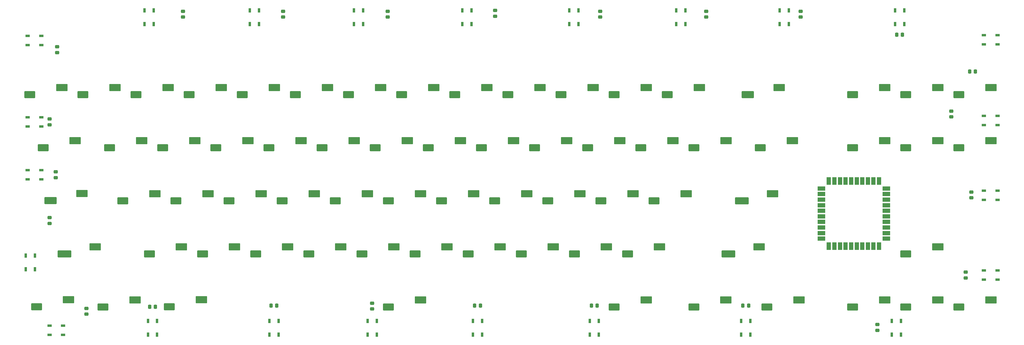
<source format=gbp>
G04 #@! TF.GenerationSoftware,KiCad,Pcbnew,9.0.0*
G04 #@! TF.CreationDate,2025-03-06T14:32:33+00:00*
G04 #@! TF.ProjectId,discipline-pcb,64697363-6970-46c6-996e-652d7063622e,rev?*
G04 #@! TF.SameCoordinates,Original*
G04 #@! TF.FileFunction,Paste,Bot*
G04 #@! TF.FilePolarity,Positive*
%FSLAX46Y46*%
G04 Gerber Fmt 4.6, Leading zero omitted, Abs format (unit mm)*
G04 Created by KiCad (PCBNEW 9.0.0) date 2025-03-06 14:32:33*
%MOMM*%
%LPD*%
G01*
G04 APERTURE LIST*
G04 Aperture macros list*
%AMRoundRect*
0 Rectangle with rounded corners*
0 $1 Rounding radius*
0 $2 $3 $4 $5 $6 $7 $8 $9 X,Y pos of 4 corners*
0 Add a 4 corners polygon primitive as box body*
4,1,4,$2,$3,$4,$5,$6,$7,$8,$9,$2,$3,0*
0 Add four circle primitives for the rounded corners*
1,1,$1+$1,$2,$3*
1,1,$1+$1,$4,$5*
1,1,$1+$1,$6,$7*
1,1,$1+$1,$8,$9*
0 Add four rect primitives between the rounded corners*
20,1,$1+$1,$2,$3,$4,$5,0*
20,1,$1+$1,$4,$5,$6,$7,0*
20,1,$1+$1,$6,$7,$8,$9,0*
20,1,$1+$1,$8,$9,$2,$3,0*%
G04 Aperture macros list end*
%ADD10RoundRect,0.250000X0.337500X0.475000X-0.337500X0.475000X-0.337500X-0.475000X0.337500X-0.475000X0*%
%ADD11RoundRect,0.250000X0.475000X-0.337500X0.475000X0.337500X-0.475000X0.337500X-0.475000X-0.337500X0*%
%ADD12RoundRect,0.250000X-0.475000X0.337500X-0.475000X-0.337500X0.475000X-0.337500X0.475000X0.337500X0*%
%ADD13RoundRect,0.200000X1.730000X1.050000X-1.730000X1.050000X-1.730000X-1.050000X1.730000X-1.050000X0*%
%ADD14RoundRect,0.200000X1.858500X1.050000X-1.858500X1.050000X-1.858500X-1.050000X1.858500X-1.050000X0*%
%ADD15RoundRect,0.200000X1.980000X1.050000X-1.980000X1.050000X-1.980000X-1.050000X1.980000X-1.050000X0*%
%ADD16RoundRect,0.200000X2.230000X1.050000X-2.230000X1.050000X-2.230000X-1.050000X2.230000X-1.050000X0*%
%ADD17RoundRect,0.090000X0.360000X-0.660000X0.360000X0.660000X-0.360000X0.660000X-0.360000X-0.660000X0*%
%ADD18RoundRect,0.090000X-0.360000X0.660000X-0.360000X-0.660000X0.360000X-0.660000X0.360000X0.660000X0*%
%ADD19RoundRect,0.090000X0.660000X0.360000X-0.660000X0.360000X-0.660000X-0.360000X0.660000X-0.360000X0*%
%ADD20RoundRect,0.090000X-0.660000X-0.360000X0.660000X-0.360000X0.660000X0.360000X-0.660000X0.360000X0*%
%ADD21R,2.800000X1.500000*%
%ADD22R,1.500000X2.800000*%
G04 APERTURE END LIST*
D10*
X369837500Y-70800000D03*
X367762500Y-70800000D03*
X395975000Y-84000000D03*
X393900000Y-84000000D03*
D11*
X387350000Y-100256250D03*
X387350000Y-98181250D03*
D12*
X394500000Y-127225000D03*
X394500000Y-129300000D03*
X392500000Y-155962500D03*
X392500000Y-158037500D03*
X360800000Y-174762500D03*
X360800000Y-176837500D03*
D10*
X314675000Y-168000000D03*
X312600000Y-168000000D03*
X260350000Y-168000000D03*
X258275000Y-168000000D03*
X218487500Y-168000000D03*
X216412500Y-168000000D03*
D11*
X179600000Y-169175000D03*
X179600000Y-167100000D03*
D10*
X145475000Y-168000000D03*
X143400000Y-168000000D03*
X101937500Y-168400000D03*
X99862500Y-168400000D03*
D11*
X77200000Y-171037500D03*
X77200000Y-168962500D03*
X64000000Y-138487500D03*
X64000000Y-136412500D03*
X66200000Y-122037500D03*
X66200000Y-119962500D03*
X64000000Y-103087500D03*
X64000000Y-101012500D03*
X66675000Y-77168750D03*
X66675000Y-75093750D03*
X111800000Y-64437500D03*
X111800000Y-62362500D03*
X147737500Y-64437500D03*
X147737500Y-62362500D03*
X185200000Y-64437500D03*
X185200000Y-62362500D03*
X223750000Y-64137500D03*
X223750000Y-62062500D03*
X261400000Y-64437500D03*
X261400000Y-62362500D03*
X299412500Y-64437500D03*
X299412500Y-62362500D03*
X333350000Y-64437500D03*
X333350000Y-62362500D03*
D13*
X56911250Y-92233750D03*
D14*
X68399750Y-89693750D03*
D13*
X75961250Y-92233750D03*
D14*
X87449750Y-89693750D03*
D13*
X95011250Y-92233750D03*
D14*
X106499750Y-89693750D03*
D13*
X114061250Y-92233750D03*
D14*
X125549750Y-89693750D03*
D13*
X133111250Y-92233750D03*
D14*
X144599750Y-89693750D03*
D13*
X152161250Y-92233750D03*
D14*
X163649750Y-89693750D03*
D13*
X171211250Y-92233750D03*
D14*
X182699750Y-89693750D03*
D13*
X190261250Y-92233750D03*
D14*
X201749750Y-89693750D03*
D13*
X209311250Y-92233750D03*
D14*
X220799750Y-89693750D03*
D13*
X228361250Y-92233750D03*
D14*
X239849750Y-89693750D03*
D13*
X247411250Y-92233750D03*
D14*
X258899750Y-89693750D03*
D13*
X266461250Y-92233750D03*
D14*
X277949750Y-89693750D03*
D13*
X285511250Y-92233750D03*
D14*
X296999750Y-89693750D03*
D13*
X85486250Y-111283750D03*
D14*
X96974750Y-108743750D03*
D13*
X104536250Y-111283750D03*
D14*
X116024750Y-108743750D03*
D13*
X123586250Y-111283750D03*
D14*
X135074750Y-108743750D03*
D13*
X142636250Y-111283750D03*
D14*
X154124750Y-108743750D03*
D13*
X161686250Y-111283750D03*
D14*
X173174750Y-108743750D03*
D13*
X180736250Y-111283750D03*
D14*
X192224750Y-108743750D03*
D13*
X199786250Y-111283750D03*
D14*
X211274750Y-108743750D03*
D13*
X218836250Y-111283750D03*
D14*
X230324750Y-108743750D03*
D13*
X237886250Y-111283750D03*
D14*
X249374750Y-108743750D03*
D13*
X256936250Y-111283750D03*
D14*
X268424750Y-108743750D03*
D13*
X275986250Y-111283750D03*
D14*
X287474750Y-108743750D03*
D13*
X295036250Y-111283750D03*
D14*
X306524750Y-108743750D03*
D13*
X90248750Y-130333750D03*
D14*
X101737250Y-127793750D03*
D13*
X109298750Y-130333750D03*
D14*
X120787250Y-127793750D03*
D13*
X128348750Y-130333750D03*
D14*
X139837250Y-127793750D03*
D13*
X147398250Y-130333750D03*
D14*
X158886750Y-127793750D03*
D13*
X166448250Y-130333750D03*
D14*
X177936750Y-127793750D03*
D13*
X185498250Y-130333750D03*
D14*
X196986750Y-127793750D03*
D13*
X204548250Y-130333750D03*
D14*
X216036750Y-127793750D03*
D13*
X223598250Y-130333750D03*
D14*
X235086750Y-127793750D03*
D13*
X242648250Y-130333750D03*
D14*
X254136750Y-127793750D03*
D13*
X261698250Y-130333750D03*
D14*
X273186750Y-127793750D03*
D13*
X280748250Y-130333750D03*
D14*
X292236750Y-127793750D03*
D13*
X99773750Y-149383750D03*
D14*
X111262250Y-146843750D03*
D13*
X118823750Y-149383750D03*
D14*
X130312250Y-146843750D03*
D13*
X137873750Y-149383750D03*
D14*
X149362250Y-146843750D03*
D13*
X156924250Y-149383750D03*
D14*
X168412750Y-146843750D03*
D13*
X175974250Y-149383750D03*
D14*
X187462750Y-146843750D03*
D13*
X195024250Y-149383750D03*
D14*
X206512750Y-146843750D03*
D13*
X214074250Y-149383750D03*
D14*
X225562750Y-146843750D03*
D13*
X233124250Y-149383750D03*
D14*
X244612750Y-146843750D03*
D13*
X252174250Y-149383750D03*
D14*
X263662750Y-146843750D03*
D13*
X271224250Y-149383750D03*
D14*
X282712750Y-146843750D03*
D13*
X185499000Y-168433750D03*
D14*
X196987500Y-165893750D03*
D15*
X314336250Y-92233750D03*
D14*
X325574750Y-89693750D03*
D13*
X318848250Y-111283750D03*
D14*
X330336750Y-108743750D03*
D15*
X64305050Y-130323620D03*
D14*
X75543550Y-127783620D03*
D16*
X312205250Y-130333750D03*
D14*
X323193750Y-127793750D03*
D16*
X69317450Y-149383750D03*
D14*
X80305950Y-146843750D03*
D16*
X307442750Y-149383750D03*
D14*
X318431250Y-146843750D03*
D13*
X59292450Y-168423620D03*
D14*
X70780950Y-165883620D03*
D13*
X83105050Y-168433750D03*
D14*
X94593550Y-165893750D03*
D13*
X106917450Y-168423620D03*
D14*
X118405950Y-165883620D03*
D13*
X266462686Y-168433750D03*
D14*
X277951186Y-165893750D03*
D13*
X295018878Y-168433750D03*
D14*
X306507378Y-165893750D03*
D13*
X61673750Y-111283750D03*
D14*
X73162250Y-108743750D03*
D17*
X176450000Y-66912500D03*
X173150000Y-66912500D03*
X173150000Y-62012500D03*
X176450000Y-62012500D03*
D13*
X351937628Y-92242750D03*
D14*
X363426128Y-89702750D03*
D18*
X178000000Y-173500000D03*
X181300000Y-173500000D03*
X181300000Y-178400000D03*
X178000000Y-178400000D03*
D13*
X390037628Y-111283750D03*
D14*
X401526128Y-108743750D03*
D13*
X351937628Y-111292750D03*
D14*
X363426128Y-108752750D03*
D13*
X390037628Y-168433750D03*
D14*
X401526128Y-165893750D03*
D19*
X61000000Y-100400000D03*
X61000000Y-103700000D03*
X56100000Y-103700000D03*
X56100000Y-100400000D03*
X61000000Y-119400000D03*
X61000000Y-122700000D03*
X56100000Y-122700000D03*
X56100000Y-119400000D03*
D13*
X370987628Y-111283750D03*
D14*
X382476128Y-108743750D03*
D17*
X215300000Y-66912500D03*
X212000000Y-66912500D03*
X212000000Y-62012500D03*
X215300000Y-62012500D03*
X253600000Y-66912500D03*
X250300000Y-66912500D03*
X250300000Y-62012500D03*
X253600000Y-62012500D03*
D20*
X399050000Y-158650000D03*
X399050000Y-155350000D03*
X403950000Y-155350000D03*
X403950000Y-158650000D03*
D17*
X291962500Y-66912500D03*
X288662500Y-66912500D03*
X288662500Y-62012500D03*
X291962500Y-62012500D03*
D18*
X257662500Y-173500000D03*
X260962500Y-173500000D03*
X260962500Y-178400000D03*
X257662500Y-178400000D03*
D13*
X351937628Y-168433750D03*
D14*
X363426128Y-165893750D03*
D19*
X68850000Y-175150000D03*
X68850000Y-178450000D03*
X63950000Y-178450000D03*
X63950000Y-175150000D03*
D17*
X370450000Y-66912500D03*
X367150000Y-66912500D03*
X367150000Y-62012500D03*
X370450000Y-62012500D03*
X139087500Y-66912500D03*
X135787500Y-66912500D03*
X135787500Y-62012500D03*
X139087500Y-62012500D03*
D19*
X61000000Y-71150000D03*
X61000000Y-74450000D03*
X56100000Y-74450000D03*
X56100000Y-71150000D03*
D18*
X99250000Y-173500000D03*
X102550000Y-173500000D03*
X102550000Y-178400000D03*
X99250000Y-178400000D03*
D20*
X399050000Y-130000000D03*
X399050000Y-126700000D03*
X403950000Y-126700000D03*
X403950000Y-130000000D03*
D13*
X390037628Y-92233750D03*
D14*
X401526128Y-89693750D03*
D20*
X399050000Y-103200000D03*
X399050000Y-99900000D03*
X403950000Y-99900000D03*
X403950000Y-103200000D03*
D18*
X215800000Y-173500000D03*
X219100000Y-173500000D03*
X219100000Y-178400000D03*
X215800000Y-178400000D03*
D13*
X370987628Y-149383750D03*
D14*
X382476128Y-146843750D03*
D18*
X142787500Y-173500000D03*
X146087500Y-173500000D03*
X146087500Y-178400000D03*
X142787500Y-178400000D03*
X366000000Y-173500000D03*
X369300000Y-173500000D03*
X369300000Y-178400000D03*
X366000000Y-178400000D03*
D17*
X58700000Y-154900000D03*
X55400000Y-154900000D03*
X55400000Y-150000000D03*
X58700000Y-150000000D03*
D13*
X321212628Y-168433750D03*
D14*
X332701128Y-165893750D03*
D18*
X311987500Y-173500000D03*
X315287500Y-173500000D03*
X315287500Y-178400000D03*
X311987500Y-178400000D03*
D20*
X399050000Y-74250000D03*
X399050000Y-70950000D03*
X403950000Y-70950000D03*
X403950000Y-74250000D03*
D17*
X101350000Y-66912500D03*
X98050000Y-66912500D03*
X98050000Y-62012500D03*
X101350000Y-62012500D03*
X329100000Y-66912500D03*
X325800000Y-66912500D03*
X325800000Y-62012500D03*
X329100000Y-62012500D03*
D13*
X370987628Y-168433750D03*
D14*
X382476128Y-165893750D03*
D13*
X370987628Y-92233750D03*
D14*
X382476128Y-89693750D03*
D21*
X364075000Y-125937500D03*
X364075000Y-127937500D03*
X364075000Y-129937500D03*
X364075000Y-131937500D03*
X364075000Y-133937500D03*
X364075000Y-135937500D03*
X364075000Y-137937500D03*
X364075000Y-139937500D03*
X364075000Y-141937500D03*
X364075000Y-143937500D03*
D22*
X361425000Y-146587500D03*
X359425000Y-146587500D03*
X357425000Y-146587500D03*
X355425000Y-146587500D03*
X353425000Y-146587500D03*
X351425000Y-146587500D03*
X349425000Y-146587500D03*
X347425000Y-146587500D03*
X345425000Y-146587500D03*
X343425000Y-146587500D03*
D21*
X340775000Y-143937500D03*
X340775000Y-141937500D03*
X340775000Y-139937500D03*
X340775000Y-137937500D03*
X340775000Y-135937500D03*
X340775000Y-133937500D03*
X340775000Y-131937500D03*
X340775000Y-129937500D03*
X340775000Y-127937500D03*
X340775000Y-125937500D03*
D22*
X343425000Y-123287500D03*
X345425000Y-123287500D03*
X347425000Y-123287500D03*
X349425000Y-123287500D03*
X351425000Y-123287500D03*
X353425000Y-123287500D03*
X355425000Y-123287500D03*
X357425000Y-123287500D03*
X359425000Y-123287500D03*
X361425000Y-123287500D03*
M02*

</source>
